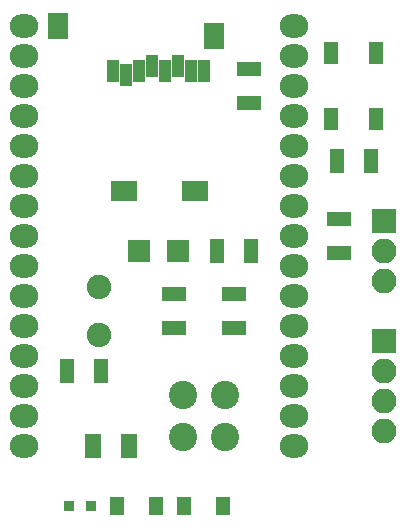
<source format=gts>
G04 #@! TF.FileFunction,Soldermask,Top*
%FSLAX46Y46*%
G04 Gerber Fmt 4.6, Leading zero omitted, Abs format (unit mm)*
G04 Created by KiCad (PCBNEW 4.0.5) date 04/16/17 14:29:44*
%MOMM*%
%LPD*%
G01*
G04 APERTURE LIST*
%ADD10C,0.100000*%
%ADD11R,1.300000X1.600000*%
%ADD12R,2.100000X2.100000*%
%ADD13O,2.100000X2.100000*%
%ADD14R,2.100000X1.300000*%
%ADD15O,2.400000X2.000000*%
%ADD16R,1.400000X2.000000*%
%ADD17R,1.300000X2.100000*%
%ADD18R,0.908000X0.908000*%
%ADD19C,2.400000*%
%ADD20C,2.076400*%
%ADD21R,1.098500X1.898600*%
%ADD22R,2.198320X1.799540*%
%ADD23R,1.799540X2.299920*%
%ADD24R,1.162000X1.924000*%
%ADD25R,1.900000X1.900000*%
G04 APERTURE END LIST*
D10*
D11*
X34545000Y-66040000D03*
X37845000Y-66040000D03*
D12*
X57150000Y-41910000D03*
D13*
X57150000Y-44450000D03*
X57150000Y-46990000D03*
D14*
X53340000Y-44630000D03*
X53340000Y-41730000D03*
D15*
X49530000Y-60960000D03*
X26670000Y-60960000D03*
X49530000Y-58420000D03*
X26670000Y-58420000D03*
X49530000Y-55880000D03*
X26670000Y-55880000D03*
X49530000Y-53340000D03*
X26670000Y-53340000D03*
X49530000Y-50800000D03*
X26670000Y-50800000D03*
X49530000Y-48260000D03*
X26670000Y-48260000D03*
X49530000Y-45720000D03*
X26670000Y-45720000D03*
X49530000Y-43180000D03*
X26670000Y-43180000D03*
X49530000Y-40640000D03*
X26670000Y-40640000D03*
X49530000Y-38100000D03*
X26670000Y-38100000D03*
X49530000Y-35560000D03*
X26670000Y-35560000D03*
X49530000Y-33020000D03*
X26670000Y-33020000D03*
X49530000Y-30480000D03*
X26670000Y-30480000D03*
X49530000Y-27940000D03*
X26670000Y-27940000D03*
X49530000Y-25400000D03*
X26670000Y-25400000D03*
D16*
X35560000Y-60960000D03*
X32560000Y-60960000D03*
D14*
X44450000Y-48080000D03*
X44450000Y-50980000D03*
X39370000Y-48080000D03*
X39370000Y-50980000D03*
X45720000Y-31930000D03*
X45720000Y-29030000D03*
D17*
X30300000Y-54610000D03*
X33200000Y-54610000D03*
D18*
X32385000Y-66040000D03*
X30480000Y-66040000D03*
D19*
X43706048Y-56623949D03*
X43706048Y-60216051D03*
X40113946Y-60216051D03*
X40113946Y-56623949D03*
D20*
X33020000Y-47531020D03*
X33020000Y-51528980D03*
D21*
X34180780Y-29171900D03*
X35280600Y-29570680D03*
X36380420Y-29171900D03*
X37480240Y-28770580D03*
X38580060Y-29171900D03*
X39682420Y-28770580D03*
X40782240Y-29171900D03*
X41882060Y-29171900D03*
D22*
X41181020Y-39370000D03*
X35181540Y-39370000D03*
D23*
X42781220Y-26271220D03*
X29580840Y-25369520D03*
D17*
X53160000Y-36830000D03*
X56060000Y-36830000D03*
X45900000Y-44450000D03*
X43000000Y-44450000D03*
D24*
X56515000Y-27686000D03*
X56515000Y-33274000D03*
X52705000Y-27686000D03*
X52705000Y-33274000D03*
D12*
X57150000Y-52070000D03*
D13*
X57150000Y-54610000D03*
X57150000Y-57150000D03*
X57150000Y-59690000D03*
D25*
X39750000Y-44450000D03*
X36450000Y-44450000D03*
D11*
X40260000Y-66040000D03*
X43560000Y-66040000D03*
M02*

</source>
